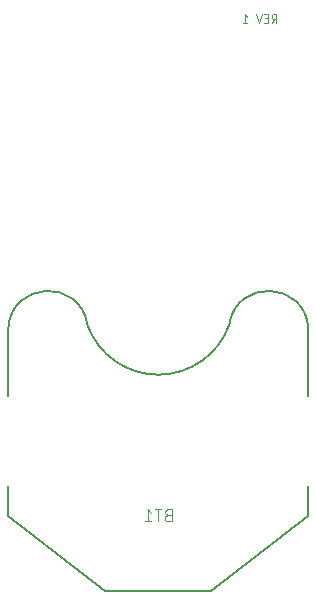
<source format=gbo>
G04 #@! TF.GenerationSoftware,KiCad,Pcbnew,5.1.4*
G04 #@! TF.CreationDate,2019-12-12T19:44:32-06:00*
G04 #@! TF.ProjectId,chrimbus2019,63687269-6d62-4757-9332-3031392e6b69,rev?*
G04 #@! TF.SameCoordinates,Original*
G04 #@! TF.FileFunction,Legend,Bot*
G04 #@! TF.FilePolarity,Positive*
%FSLAX46Y46*%
G04 Gerber Fmt 4.6, Leading zero omitted, Abs format (unit mm)*
G04 Created by KiCad (PCBNEW 5.1.4) date 2019-12-12 19:44:32*
%MOMM*%
%LPD*%
G04 APERTURE LIST*
%ADD10C,0.100000*%
%ADD11C,0.127000*%
%ADD12C,0.050000*%
%ADD13C,2.102000*%
%ADD14C,2.302000*%
%ADD15C,1.102000*%
%ADD16R,6.172000X6.172000*%
G04 APERTURE END LIST*
D10*
X164525200Y-43598266D02*
X164758533Y-43264933D01*
X164925200Y-43598266D02*
X164925200Y-42898266D01*
X164658533Y-42898266D01*
X164591866Y-42931600D01*
X164558533Y-42964933D01*
X164525200Y-43031600D01*
X164525200Y-43131600D01*
X164558533Y-43198266D01*
X164591866Y-43231600D01*
X164658533Y-43264933D01*
X164925200Y-43264933D01*
X164225200Y-43231600D02*
X163991866Y-43231600D01*
X163891866Y-43598266D02*
X164225200Y-43598266D01*
X164225200Y-42898266D01*
X163891866Y-42898266D01*
X163691866Y-42898266D02*
X163458533Y-43598266D01*
X163225200Y-42898266D01*
X162091866Y-43598266D02*
X162491866Y-43598266D01*
X162291866Y-43598266D02*
X162291866Y-42898266D01*
X162358533Y-42998266D01*
X162425200Y-43064933D01*
X162491866Y-43098266D01*
D11*
X167640000Y-82804000D02*
X167640000Y-85344000D01*
X167640000Y-85344000D02*
X159440000Y-91694000D01*
X159440000Y-91694000D02*
X150440000Y-91694000D01*
X150440000Y-91694000D02*
X142240000Y-85344000D01*
X142240000Y-85344000D02*
X142240000Y-82804000D01*
X142240000Y-75184000D02*
X142240000Y-69494000D01*
X142239993Y-69494003D02*
G75*
G02X148940000Y-69194000I3364447J-172567D01*
G01*
X148940014Y-69194038D02*
G75*
G03X160940000Y-69194000I5999986J2183838D01*
G01*
X160940006Y-69194004D02*
G75*
G02X167640000Y-69494000I3335554J-472566D01*
G01*
X167640000Y-69494000D02*
X167640000Y-75184000D01*
D12*
X155725714Y-85272571D02*
X155582857Y-85320190D01*
X155535238Y-85367809D01*
X155487619Y-85463047D01*
X155487619Y-85605904D01*
X155535238Y-85701142D01*
X155582857Y-85748761D01*
X155678095Y-85796380D01*
X156059047Y-85796380D01*
X156059047Y-84796380D01*
X155725714Y-84796380D01*
X155630476Y-84844000D01*
X155582857Y-84891619D01*
X155535238Y-84986857D01*
X155535238Y-85082095D01*
X155582857Y-85177333D01*
X155630476Y-85224952D01*
X155725714Y-85272571D01*
X156059047Y-85272571D01*
X155201904Y-84796380D02*
X154630476Y-84796380D01*
X154916190Y-85796380D02*
X154916190Y-84796380D01*
X153773333Y-85796380D02*
X154344761Y-85796380D01*
X154059047Y-85796380D02*
X154059047Y-84796380D01*
X154154285Y-84939238D01*
X154249523Y-85034476D01*
X154344761Y-85082095D01*
%LPC*%
D13*
X166192200Y-65049400D03*
X177469800Y-66700400D03*
D14*
X154914600Y-37058600D03*
D15*
X151993600Y-63500000D03*
X157073600Y-62484000D03*
X157073600Y-64516000D03*
D16*
X154940000Y-78994000D03*
X140195000Y-78994000D03*
X169685000Y-78994000D03*
M02*

</source>
